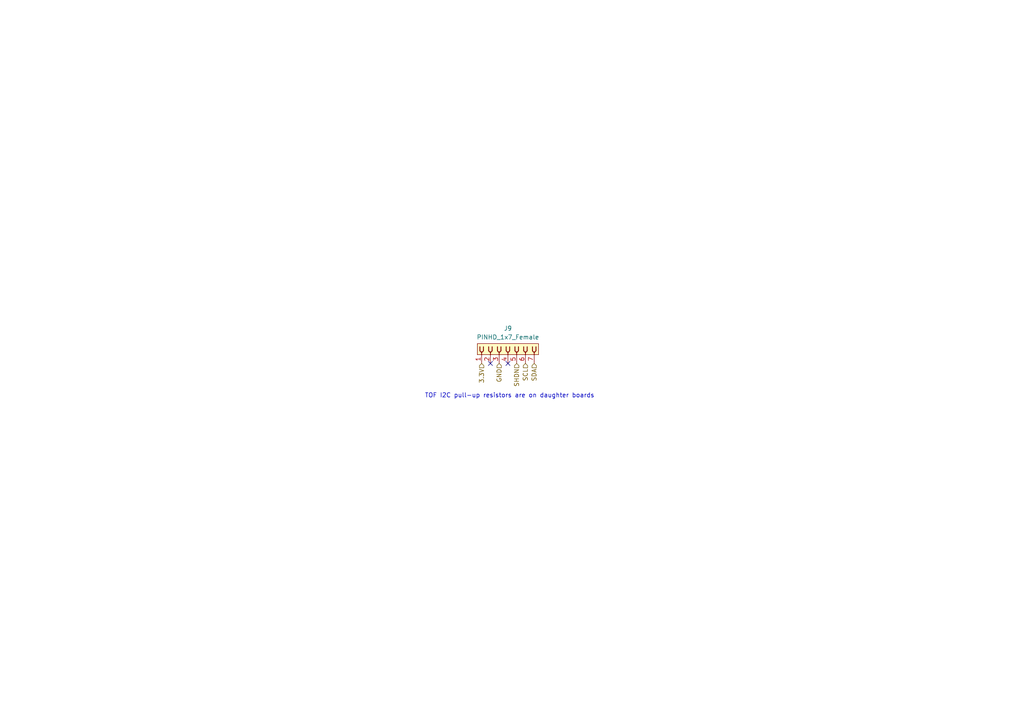
<source format=kicad_sch>
(kicad_sch (version 20230121) (generator eeschema)

  (uuid 5bbab527-289c-46d7-bcca-333a39d98899)

  (paper "A4")

  (lib_symbols
    (symbol "PCM_SL_Pin_Headers:PINHD_1x7_Female" (in_bom yes) (on_board yes)
      (property "Reference" "J" (at 0 13.97 0)
        (effects (font (size 1.27 1.27)))
      )
      (property "Value" "PINHD_1x7_Female" (at 0 11.43 0)
        (effects (font (size 1.27 1.27)))
      )
      (property "Footprint" "Connector_PinSocket_2.54mm:PinSocket_1x07_P2.54mm_Vertical" (at 2.54 16.51 0)
        (effects (font (size 1.27 1.27)) hide)
      )
      (property "Datasheet" "" (at 0 13.97 0)
        (effects (font (size 1.27 1.27)) hide)
      )
      (property "ki_keywords" "Pin Header" (at 0 0 0)
        (effects (font (size 1.27 1.27)) hide)
      )
      (property "ki_description" "Pin Header female with pin space 2.54mm. Pin Count -7" (at 0 0 0)
        (effects (font (size 1.27 1.27)) hide)
      )
      (property "ki_fp_filters" "PinSocket_1x07_P2.54mm*" (at 0 0 0)
        (effects (font (size 1.27 1.27)) hide)
      )
      (symbol "PINHD_1x7_Female_0_1"
        (rectangle (start -1.27 8.89) (end 1.905 -8.89)
          (stroke (width 0) (type default))
          (fill (type background))
        )
        (arc (start -0.508 -7.62) (mid -0.3592 -7.9792) (end 0 -8.128)
          (stroke (width 0.25) (type default))
          (fill (type none))
        )
        (arc (start -0.508 -5.08) (mid -0.3592 -5.4392) (end 0 -5.588)
          (stroke (width 0.25) (type default))
          (fill (type none))
        )
        (arc (start -0.508 -2.54) (mid -0.3592 -2.8992) (end 0 -3.048)
          (stroke (width 0.25) (type default))
          (fill (type none))
        )
        (arc (start -0.508 0) (mid -0.3592 -0.3592) (end 0 -0.508)
          (stroke (width 0.25) (type default))
          (fill (type none))
        )
        (arc (start -0.508 2.54) (mid -0.3592 2.1808) (end 0 2.032)
          (stroke (width 0.25) (type default))
          (fill (type none))
        )
        (arc (start -0.508 5.08) (mid -0.3592 4.7208) (end 0 4.572)
          (stroke (width 0.25) (type default))
          (fill (type none))
        )
        (arc (start -0.508 7.62) (mid -0.3592 7.2608) (end 0 7.112)
          (stroke (width 0.25) (type default))
          (fill (type none))
        )
        (arc (start 0 -7.112) (mid -0.3592 -7.2608) (end -0.508 -7.62)
          (stroke (width 0.25) (type default))
          (fill (type none))
        )
        (arc (start 0 -4.572) (mid -0.3592 -4.7208) (end -0.508 -5.08)
          (stroke (width 0.25) (type default))
          (fill (type none))
        )
        (arc (start 0 -2.032) (mid -0.3592 -2.1808) (end -0.508 -2.54)
          (stroke (width 0.25) (type default))
          (fill (type none))
        )
        (polyline
          (pts
            (xy -1.27 -7.62)
            (xy -0.508 -7.62)
          )
          (stroke (width 0.25) (type default))
          (fill (type none))
        )
        (polyline
          (pts
            (xy -1.27 -5.08)
            (xy -0.508 -5.08)
          )
          (stroke (width 0.25) (type default))
          (fill (type none))
        )
        (polyline
          (pts
            (xy -1.27 -2.54)
            (xy -0.508 -2.54)
          )
          (stroke (width 0.25) (type default))
          (fill (type none))
        )
        (polyline
          (pts
            (xy -1.27 0)
            (xy -0.508 0)
          )
          (stroke (width 0.25) (type default))
          (fill (type none))
        )
        (polyline
          (pts
            (xy -1.27 2.54)
            (xy -0.508 2.54)
          )
          (stroke (width 0.25) (type default))
          (fill (type none))
        )
        (polyline
          (pts
            (xy -1.27 5.08)
            (xy -0.508 5.08)
          )
          (stroke (width 0.25) (type default))
          (fill (type none))
        )
        (polyline
          (pts
            (xy -1.27 7.62)
            (xy -0.508 7.62)
          )
          (stroke (width 0.25) (type default))
          (fill (type none))
        )
        (polyline
          (pts
            (xy 0 -8.128)
            (xy 1.016 -8.128)
          )
          (stroke (width 0.25) (type default))
          (fill (type none))
        )
        (polyline
          (pts
            (xy 0 -7.112)
            (xy 1.016 -7.112)
          )
          (stroke (width 0.25) (type default))
          (fill (type none))
        )
        (polyline
          (pts
            (xy 0 -5.588)
            (xy 1.016 -5.588)
          )
          (stroke (width 0.25) (type default))
          (fill (type none))
        )
        (polyline
          (pts
            (xy 0 -4.572)
            (xy 1.016 -4.572)
          )
          (stroke (width 0.25) (type default))
          (fill (type none))
        )
        (polyline
          (pts
            (xy 0 -3.048)
            (xy 1.016 -3.048)
          )
          (stroke (width 0.25) (type default))
          (fill (type none))
        )
        (polyline
          (pts
            (xy 0 -2.032)
            (xy 1.016 -2.032)
          )
          (stroke (width 0.25) (type default))
          (fill (type none))
        )
        (polyline
          (pts
            (xy 0 -0.508)
            (xy 1.016 -0.508)
          )
          (stroke (width 0.25) (type default))
          (fill (type none))
        )
        (polyline
          (pts
            (xy 0 0.508)
            (xy 1.016 0.508)
          )
          (stroke (width 0.25) (type default))
          (fill (type none))
        )
        (polyline
          (pts
            (xy 0 2.032)
            (xy 1.016 2.032)
          )
          (stroke (width 0.25) (type default))
          (fill (type none))
        )
        (polyline
          (pts
            (xy 0 3.048)
            (xy 1.016 3.048)
          )
          (stroke (width 0.25) (type default))
          (fill (type none))
        )
        (polyline
          (pts
            (xy 0 4.572)
            (xy 1.016 4.572)
          )
          (stroke (width 0.25) (type default))
          (fill (type none))
        )
        (polyline
          (pts
            (xy 0 5.588)
            (xy 1.016 5.588)
          )
          (stroke (width 0.25) (type default))
          (fill (type none))
        )
        (polyline
          (pts
            (xy 0 7.112)
            (xy 1.016 7.112)
          )
          (stroke (width 0.25) (type default))
          (fill (type none))
        )
        (polyline
          (pts
            (xy 0 8.128)
            (xy 1.016 8.128)
          )
          (stroke (width 0.25) (type default))
          (fill (type none))
        )
        (arc (start 0 0.508) (mid -0.3592 0.3592) (end -0.508 0)
          (stroke (width 0.25) (type default))
          (fill (type none))
        )
        (arc (start 0 3.048) (mid -0.3592 2.8992) (end -0.508 2.54)
          (stroke (width 0.25) (type default))
          (fill (type none))
        )
        (arc (start 0 5.588) (mid -0.3592 5.4392) (end -0.508 5.08)
          (stroke (width 0.25) (type default))
          (fill (type none))
        )
        (arc (start 0 8.128) (mid -0.3592 7.9792) (end -0.508 7.62)
          (stroke (width 0.25) (type default))
          (fill (type none))
        )
      )
      (symbol "PINHD_1x7_Female_1_1"
        (pin passive line (at -3.81 7.62 0) (length 2.54)
          (name "" (effects (font (size 1.27 1.27))))
          (number "1" (effects (font (size 1.27 1.27))))
        )
        (pin passive line (at -3.81 5.08 0) (length 2.54)
          (name "" (effects (font (size 1.27 1.27))))
          (number "2" (effects (font (size 1.27 1.27))))
        )
        (pin passive line (at -3.81 2.54 0) (length 2.54)
          (name "" (effects (font (size 1.27 1.27))))
          (number "3" (effects (font (size 1.27 1.27))))
        )
        (pin passive line (at -3.81 0 0) (length 2.54)
          (name "" (effects (font (size 1.27 1.27))))
          (number "4" (effects (font (size 1.27 1.27))))
        )
        (pin passive line (at -3.81 -2.54 0) (length 2.54)
          (name "" (effects (font (size 1.27 1.27))))
          (number "5" (effects (font (size 1.27 1.27))))
        )
        (pin passive line (at -3.81 -5.08 0) (length 2.54)
          (name "" (effects (font (size 1.27 1.27))))
          (number "6" (effects (font (size 1.27 1.27))))
        )
        (pin passive line (at -3.81 -7.62 0) (length 2.54)
          (name "" (effects (font (size 1.27 1.27))))
          (number "7" (effects (font (size 1.27 1.27))))
        )
      )
    )
  )


  (no_connect (at 147.32 105.41) (uuid 19f790ac-829a-4ded-8f0a-50018a4de318))
  (no_connect (at 142.24 105.41) (uuid fc07c51d-8a5b-448f-aa15-c7e6c45a3c76))

  (text "TOF I2C pull-up resistors are on daughter boards" (at 123.19 115.57 0)
    (effects (font (size 1.27 1.27)) (justify left bottom))
    (uuid 0c4f1008-a79e-4f74-9e12-5fd2332ba612)
  )

  (hierarchical_label "GND" (shape input) (at 144.78 105.41 270) (fields_autoplaced)
    (effects (font (size 1.27 1.27)) (justify right))
    (uuid 3010a20e-97c9-45af-a5e5-5f2d44be3644)
  )
  (hierarchical_label "3.3V" (shape input) (at 139.7 105.41 270) (fields_autoplaced)
    (effects (font (size 1.27 1.27)) (justify right))
    (uuid 37b6e7cc-6487-461a-aa9a-5b5d1d13a93c)
  )
  (hierarchical_label "SHDN" (shape input) (at 149.86 105.41 270) (fields_autoplaced)
    (effects (font (size 1.27 1.27)) (justify right))
    (uuid 75647247-df34-4aed-9fdc-00a74f24b885)
  )
  (hierarchical_label "SCL" (shape input) (at 152.4 105.41 270) (fields_autoplaced)
    (effects (font (size 1.27 1.27)) (justify right))
    (uuid a301651c-3ea4-45ad-8ae2-98a65dd25331)
  )
  (hierarchical_label "SDA" (shape input) (at 154.94 105.41 270) (fields_autoplaced)
    (effects (font (size 1.27 1.27)) (justify right))
    (uuid d466d5a4-d72f-43c3-9ae9-fcab4cfdeb80)
  )

  (symbol (lib_id "PCM_SL_Pin_Headers:PINHD_1x7_Female") (at 147.32 101.6 90) (unit 1)
    (in_bom yes) (on_board yes) (dnp no) (fields_autoplaced)
    (uuid 117119aa-4fe1-4436-b0bf-416b858ab10f)
    (property "Reference" "J9" (at 147.32 95.25 90)
      (effects (font (size 1.27 1.27)))
    )
    (property "Value" "PINHD_1x7_Female" (at 147.32 97.79 90)
      (effects (font (size 1.27 1.27)))
    )
    (property "Footprint" "Connector_PinSocket_2.54mm:PinSocket_1x07_P2.54mm_Vertical" (at 130.81 99.06 0)
      (effects (font (size 1.27 1.27)) hide)
    )
    (property "Datasheet" "" (at 133.35 101.6 0)
      (effects (font (size 1.27 1.27)) hide)
    )
    (pin "1" (uuid 0a56ef62-0ffb-4a08-a015-fd7f0fb833a5))
    (pin "3" (uuid e093d380-d0fb-46f9-82fc-547fcf673bb1))
    (pin "4" (uuid 9d4f2728-281c-4ebe-81f7-d6a102c4c292))
    (pin "5" (uuid 1dde3611-61c4-44d9-89ca-fc9c9f9c9833))
    (pin "6" (uuid f7d83dc8-e9c0-492c-a8f2-bbf35b2d3ac0))
    (pin "7" (uuid a2b121ae-2976-4e5c-9e94-12055f6ba91a))
    (pin "2" (uuid 799f9388-e913-4639-aa11-74a551b2d2f7))
    (instances
      (project "micromouse"
        (path "/77cbf270-6b61-4f1a-b1cd-1a823bc4a9d0/d5d9e743-9e27-447f-b0f9-b0c42ec0b9e2"
          (reference "J9") (unit 1)
        )
        (path "/77cbf270-6b61-4f1a-b1cd-1a823bc4a9d0/2b401192-29f1-4489-afec-f456074fa36a/4432e65f-ab91-428e-9e14-5bd062bc3b2a"
          (reference "J5") (unit 1)
        )
        (path "/77cbf270-6b61-4f1a-b1cd-1a823bc4a9d0/2b401192-29f1-4489-afec-f456074fa36a/c49b218c-498c-4be6-8fe0-5dd9138da158"
          (reference "J6") (unit 1)
        )
        (path "/77cbf270-6b61-4f1a-b1cd-1a823bc4a9d0/2b401192-29f1-4489-afec-f456074fa36a/4ba54288-1506-4e8c-85f4-f5967639ad45"
          (reference "J8") (unit 1)
        )
      )
    )
  )
)

</source>
